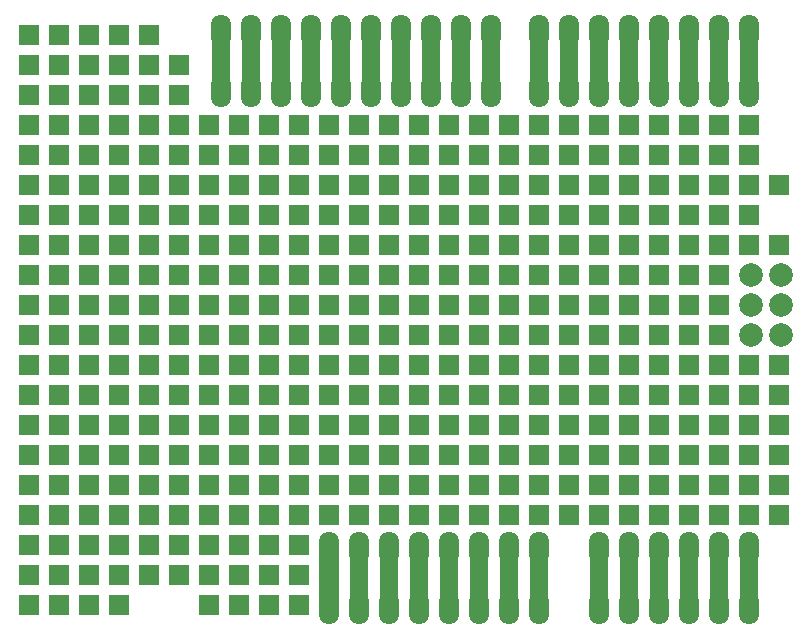
<source format=gbl>
%FSTAX23Y23*%
%MOIN*%
%SFA1B1*%

%IPPOS*%
%ADD10C,0.059060*%
%ADD11C,0.078740*%
%ADD12R,0.066930X0.066930*%
%ADD13O,0.066930X0.110240*%
%ADD15R,0.066930X0.157480*%
%LNarduino-uno-shield-v2-1*%
%LPD*%
G54D10*
X0164Y018D02*
Y02D01*
X011Y001D02*
Y003D01*
X025Y001D02*
Y003D01*
X024Y001D02*
Y003D01*
X023Y001D02*
Y003D01*
X022Y001D02*
Y003D01*
X021Y001D02*
Y003D01*
X02Y00075D02*
Y00275D01*
X018Y001D02*
Y003D01*
X017Y001D02*
Y003D01*
X016Y001D02*
Y003D01*
X015Y001D02*
Y003D01*
X014Y001D02*
Y003D01*
X013Y001D02*
Y003D01*
X012Y001D02*
Y003D01*
X025Y018D02*
Y02D01*
X024Y018D02*
Y02D01*
X023Y018D02*
Y02D01*
X022Y018D02*
Y02D01*
X021Y018D02*
Y02D01*
X02Y018D02*
Y02D01*
X019Y018D02*
Y02D01*
X018Y018D02*
Y02D01*
X0164Y018D02*
Y02D01*
X0154Y018D02*
Y02D01*
X0144Y018D02*
Y02D01*
X0134Y018D02*
Y02D01*
X0124Y018D02*
Y02D01*
X0114Y018D02*
Y02D01*
X0104Y018D02*
Y02D01*
X0094Y018D02*
Y02D01*
X0084Y018D02*
Y02D01*
X0074Y018D02*
Y02D01*
G54D11*
X02605Y00998D03*
X02505D03*
X02605Y01098D03*
X02505D03*
X02605Y01198D03*
X02505D03*
G54D12*
X001Y001D03*
X002D03*
X003D03*
X004D03*
X007D03*
X008D03*
X009D03*
X01D03*
X001Y002D03*
X002D03*
X003D03*
X004D03*
X005D03*
X006D03*
X007D03*
X008D03*
X009D03*
X01D03*
Y003D03*
X009D03*
X008D03*
X007D03*
X006D03*
X005D03*
X004D03*
X003D03*
X002D03*
X001D03*
X006Y017D03*
X007D03*
X008D03*
X009D03*
X01D03*
X011D03*
X012D03*
X013D03*
X014D03*
X015D03*
X025D03*
X024D03*
X023D03*
X022D03*
X021D03*
X02D03*
X019D03*
X018D03*
X017D03*
X016D03*
Y016D03*
X017D03*
X018D03*
X019D03*
X02D03*
X021D03*
X022D03*
X023D03*
X024D03*
X025D03*
X015D03*
X014D03*
X013D03*
X012D03*
X011D03*
X01D03*
X009D03*
X008D03*
X007D03*
X006D03*
X026Y015D03*
X025D03*
X024D03*
X023D03*
X022D03*
X021D03*
X02D03*
X019D03*
X018D03*
X017D03*
X007D03*
X008D03*
X009D03*
X01D03*
X011D03*
X012D03*
X013D03*
X014D03*
X015D03*
X016D03*
Y014D03*
X017D03*
X018D03*
X019D03*
X02D03*
X021D03*
X022D03*
X023D03*
X024D03*
X025D03*
X015D03*
X014D03*
X013D03*
X012D03*
X011D03*
X01D03*
X009D03*
X008D03*
X007D03*
X006D03*
X026Y013D03*
X025D03*
X024D03*
X023D03*
X022D03*
X021D03*
X02D03*
X019D03*
X018D03*
X017D03*
X007D03*
X008D03*
X009D03*
X01D03*
X011D03*
X012D03*
X013D03*
X014D03*
X015D03*
X016D03*
X015Y012D03*
X016D03*
X017D03*
X018D03*
X019D03*
X02D03*
X021D03*
X022D03*
X023D03*
X024D03*
X014D03*
X013D03*
X012D03*
X011D03*
X01D03*
X009D03*
X008D03*
X007D03*
X006D03*
X005D03*
X024Y011D03*
X023D03*
X022D03*
X021D03*
X02D03*
X019D03*
X018D03*
X017D03*
X016D03*
X015D03*
X005D03*
X006D03*
X007D03*
X008D03*
X009D03*
X01D03*
X011D03*
X012D03*
X013D03*
X014D03*
X015Y01D03*
X016D03*
X017D03*
X018D03*
X019D03*
X02D03*
X021D03*
X022D03*
X023D03*
X024D03*
X014D03*
X013D03*
X012D03*
X011D03*
X01D03*
X009D03*
X008D03*
X007D03*
X006D03*
X005D03*
X026Y009D03*
X025D03*
X024D03*
X023D03*
X022D03*
X021D03*
X02D03*
X019D03*
X018D03*
X017D03*
X007D03*
X008D03*
X009D03*
X01D03*
X011D03*
X012D03*
X013D03*
X014D03*
X015D03*
X016D03*
X017Y008D03*
X018D03*
X019D03*
X02D03*
X021D03*
X022D03*
X023D03*
X024D03*
X025D03*
X026D03*
X016D03*
X015D03*
X014D03*
X013D03*
X012D03*
X011D03*
X01D03*
X009D03*
X008D03*
X007D03*
X026Y007D03*
X025D03*
X024D03*
X023D03*
X022D03*
X021D03*
X02D03*
X019D03*
X018D03*
X017D03*
X007D03*
X008D03*
X009D03*
X01D03*
X011D03*
X012D03*
X013D03*
X014D03*
X015D03*
X016D03*
X017Y006D03*
X018D03*
X019D03*
X02D03*
X021D03*
X022D03*
X023D03*
X024D03*
X025D03*
X026D03*
X016D03*
X015D03*
X014D03*
X013D03*
X012D03*
X011D03*
X01D03*
X009D03*
X008D03*
X007D03*
X026Y005D03*
X025D03*
X024D03*
X023D03*
X022D03*
X021D03*
X02D03*
X019D03*
X018D03*
X017D03*
X007D03*
X008D03*
X009D03*
X01D03*
X011D03*
X012D03*
X013D03*
X014D03*
X015D03*
X016D03*
Y004D03*
X015D03*
X014D03*
X013D03*
X012D03*
X011D03*
X01D03*
X009D03*
X008D03*
X007D03*
X017D03*
X018D03*
X019D03*
X02D03*
X021D03*
X022D03*
X023D03*
X024D03*
X025D03*
X026D03*
X006D03*
X005D03*
X004D03*
X003D03*
X002D03*
X001D03*
Y009D03*
X002D03*
X003D03*
X004D03*
X005D03*
X006D03*
Y008D03*
X005D03*
X004D03*
X003D03*
X002D03*
X001D03*
Y007D03*
X002D03*
X003D03*
X004D03*
X005D03*
X006D03*
Y006D03*
X005D03*
X004D03*
X003D03*
X002D03*
X001D03*
Y005D03*
X002D03*
X003D03*
X004D03*
X005D03*
X006D03*
Y013D03*
X005D03*
X004D03*
X003D03*
X002D03*
X001D03*
Y015D03*
X002D03*
X003D03*
X004D03*
X005D03*
X006D03*
Y018D03*
X005D03*
X004D03*
X003D03*
X002D03*
X001D03*
Y019D03*
X002D03*
X003D03*
X004D03*
X005D03*
X006D03*
X004Y011D03*
X003D03*
X002D03*
X001D03*
X004Y01D03*
X003D03*
X002D03*
X001D03*
X004Y012D03*
X003D03*
X002D03*
X001D03*
Y014D03*
X002D03*
X003D03*
X004D03*
X005D03*
Y016D03*
X004D03*
X003D03*
X002D03*
X001D03*
Y017D03*
X002D03*
X003D03*
X004D03*
X005D03*
Y02D03*
X004D03*
X003D03*
X002D03*
X001D03*
G54D13*
X016Y00288D03*
X017D03*
X011D03*
X018D03*
X014D03*
X013D03*
X012D03*
X015D03*
Y00088D03*
X012D03*
X013D03*
X014D03*
X018D03*
X011D03*
X017D03*
X016D03*
X022Y01811D03*
X019D03*
X02D03*
X021D03*
X025D03*
X018D03*
X024D03*
X023D03*
Y02011D03*
X024D03*
X018D03*
X025D03*
X021D03*
X02D03*
X019D03*
X022D03*
X0074Y01811D03*
X0084D03*
X0094D03*
X0104D03*
X0114D03*
X0124D03*
X0134D03*
X0144D03*
X0154D03*
X0164D03*
Y02011D03*
X0154D03*
X0144D03*
X0134D03*
X0124D03*
X0114D03*
X0104D03*
X0094D03*
X0084D03*
X0074D03*
X025Y00088D03*
X024D03*
X023D03*
X022D03*
X021D03*
X02D03*
Y00288D03*
X021D03*
X022D03*
X023D03*
X024D03*
X025D03*
G54D15*
X011Y00192D03*
M02*
</source>
